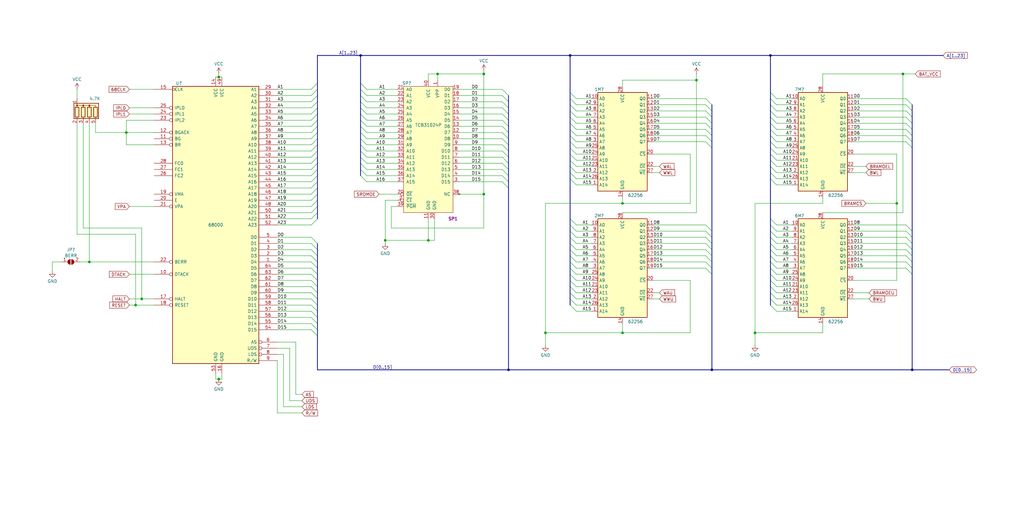
<source format=kicad_sch>
(kicad_sch (version 20230121) (generator eeschema)
  (paper "User" 421.996 209.398)
  (title_block (title "68000 - BIOS ROM - Working & Backup RAM") (date "2023-08-15") (company "SNK") (comment 3 "Converted by Frater ") (comment 4 "NEO-GEO MVS MV1F") (comment 9 "https://github.com/Neo-Geo-Hardwares/Schematics-MV1F"))
  (junction (at 224.79 137.16))
  (junction (at 176.53 99.06))
  (junction (at 287.02 33.02))
  (junction (at 158.75 99.06))
  (junction (at 36.83 107.95))
  (junction (at 148.59 22.86))
  (junction (at 52.07 54.61))
  (junction (at 256.54 137.16))
  (junction (at 55.88 125.73))
  (junction (at 209.55 152.4))
  (junction (at 180.34 30.48))
  (junction (at 375.92 152.4))
  (junction (at 317.5 22.86))
  (junction (at 199.39 30.48))
  (junction (at 234.95 22.86))
  (junction (at 90.17 156.21))
  (junction (at 58.42 123.19))
  (junction (at 293.37 152.4))
  (junction (at 369.57 83.82))
  (junction (at 90.17 31.75))
  (junction (at 256.54 83.82))
  (junction (at 199.39 80.01))
  (junction (at 372.11 30.48))
  (junction (at 311.15 137.16))
  (bus_entry (at 209.55 62.23) (size -2.54 -2.54))
  (bus_entry (at 375.92 95.25) (size -2.54 -2.54))
  (bus_entry (at 375.92 53.34) (size -2.54 -2.54))
  (bus_entry (at 130.81 105.41) (size -2.54 -2.54))
  (bus_entry (at 130.81 118.11) (size -2.54 -2.54))
  (bus_entry (at 130.81 125.73) (size -2.54 -2.54))
  (bus_entry (at 130.81 77.47) (size -2.54 2.54))
  (bus_entry (at 209.55 41.91) (size -2.54 -2.54))
  (bus_entry (at 130.81 52.07) (size -2.54 2.54))
  (bus_entry (at 130.81 49.53) (size -2.54 2.54))
  (bus_entry (at 375.92 97.79) (size -2.54 -2.54))
  (bus_entry (at 293.37 60.96) (size -2.54 -2.54))
  (bus_entry (at 317.5 58.42) (size 2.54 2.54))
  (bus_entry (at 148.59 54.61) (size 2.54 2.54))
  (bus_entry (at 375.92 105.41) (size -2.54 -2.54))
  (bus_entry (at 130.81 44.45) (size -2.54 2.54))
  (bus_entry (at 317.5 95.25) (size 2.54 2.54))
  (bus_entry (at 130.81 120.65) (size -2.54 -2.54))
  (bus_entry (at 234.95 58.42) (size 2.54 2.54))
  (bus_entry (at 130.81 54.61) (size -2.54 2.54))
  (bus_entry (at 209.55 44.45) (size -2.54 -2.54))
  (bus_entry (at 234.95 118.11) (size 2.54 2.54))
  (bus_entry (at 209.55 72.39) (size -2.54 -2.54))
  (bus_entry (at 375.92 102.87) (size -2.54 -2.54))
  (bus_entry (at 234.95 53.34) (size 2.54 2.54))
  (bus_entry (at 293.37 95.25) (size -2.54 -2.54))
  (bus_entry (at 209.55 46.99) (size -2.54 -2.54))
  (bus_entry (at 234.95 71.12) (size 2.54 2.54))
  (bus_entry (at 148.59 62.23) (size 2.54 2.54))
  (bus_entry (at 375.92 110.49) (size -2.54 -2.54))
  (bus_entry (at 317.5 68.58) (size 2.54 2.54))
  (bus_entry (at 130.81 39.37) (size -2.54 2.54))
  (bus_entry (at 317.5 66.04) (size 2.54 2.54))
  (bus_entry (at 375.92 100.33) (size -2.54 -2.54))
  (bus_entry (at 209.55 52.07) (size -2.54 -2.54))
  (bus_entry (at 293.37 50.8) (size -2.54 -2.54))
  (bus_entry (at 317.5 45.72) (size 2.54 2.54))
  (bus_entry (at 234.95 105.41) (size 2.54 2.54))
  (bus_entry (at 234.95 100.33) (size 2.54 2.54))
  (bus_entry (at 317.5 53.34) (size 2.54 2.54))
  (bus_entry (at 209.55 77.47) (size -2.54 -2.54))
  (bus_entry (at 293.37 102.87) (size -2.54 -2.54))
  (bus_entry (at 130.81 80.01) (size -2.54 2.54))
  (bus_entry (at 130.81 34.29) (size -2.54 2.54))
  (bus_entry (at 234.95 38.1) (size 2.54 2.54))
  (bus_entry (at 130.81 128.27) (size -2.54 -2.54))
  (bus_entry (at 130.81 36.83) (size -2.54 2.54))
  (bus_entry (at 130.81 113.03) (size -2.54 -2.54))
  (bus_entry (at 148.59 34.29) (size 2.54 2.54))
  (bus_entry (at 234.95 113.03) (size 2.54 2.54))
  (bus_entry (at 234.95 50.8) (size 2.54 2.54))
  (bus_entry (at 317.5 43.18) (size 2.54 2.54))
  (bus_entry (at 317.5 123.19) (size 2.54 2.54))
  (bus_entry (at 209.55 69.85) (size -2.54 -2.54))
  (bus_entry (at 130.81 100.33) (size -2.54 -2.54))
  (bus_entry (at 375.92 48.26) (size -2.54 -2.54))
  (bus_entry (at 234.95 102.87) (size 2.54 2.54))
  (bus_entry (at 148.59 67.31) (size 2.54 2.54))
  (bus_entry (at 130.81 102.87) (size -2.54 -2.54))
  (bus_entry (at 130.81 130.81) (size -2.54 -2.54))
  (bus_entry (at 148.59 49.53) (size 2.54 2.54))
  (bus_entry (at 130.81 72.39) (size -2.54 2.54))
  (bus_entry (at 317.5 97.79) (size 2.54 2.54))
  (bus_entry (at 234.95 120.65) (size 2.54 2.54))
  (bus_entry (at 317.5 50.8) (size 2.54 2.54))
  (bus_entry (at 130.81 67.31) (size -2.54 2.54))
  (bus_entry (at 375.92 45.72) (size -2.54 -2.54))
  (bus_entry (at 293.37 48.26) (size -2.54 -2.54))
  (bus_entry (at 317.5 63.5) (size 2.54 2.54))
  (bus_entry (at 130.81 64.77) (size -2.54 2.54))
  (bus_entry (at 148.59 36.83) (size 2.54 2.54))
  (bus_entry (at 293.37 107.95) (size -2.54 -2.54))
  (bus_entry (at 317.5 113.03) (size 2.54 2.54))
  (bus_entry (at 148.59 44.45) (size 2.54 2.54))
  (bus_entry (at 234.95 55.88) (size 2.54 2.54))
  (bus_entry (at 130.81 59.69) (size -2.54 2.54))
  (bus_entry (at 317.5 107.95) (size 2.54 2.54))
  (bus_entry (at 130.81 46.99) (size -2.54 2.54))
  (bus_entry (at 148.59 52.07) (size 2.54 2.54))
  (bus_entry (at 234.95 125.73) (size 2.54 2.54))
  (bus_entry (at 130.81 138.43) (size -2.54 -2.54))
  (bus_entry (at 148.59 57.15) (size 2.54 2.54))
  (bus_entry (at 293.37 55.88) (size -2.54 -2.54))
  (bus_entry (at 209.55 39.37) (size -2.54 -2.54))
  (bus_entry (at 130.81 133.35) (size -2.54 -2.54))
  (bus_entry (at 234.95 92.71) (size 2.54 2.54))
  (bus_entry (at 130.81 85.09) (size -2.54 2.54))
  (bus_entry (at 317.5 90.17) (size 2.54 2.54))
  (bus_entry (at 234.95 110.49) (size 2.54 2.54))
  (bus_entry (at 234.95 97.79) (size 2.54 2.54))
  (bus_entry (at 234.95 115.57) (size 2.54 2.54))
  (bus_entry (at 148.59 46.99) (size 2.54 2.54))
  (bus_entry (at 317.5 73.66) (size 2.54 2.54))
  (bus_entry (at 375.92 113.03) (size -2.54 -2.54))
  (bus_entry (at 317.5 40.64) (size 2.54 2.54))
  (bus_entry (at 130.81 123.19) (size -2.54 -2.54))
  (bus_entry (at 317.5 100.33) (size 2.54 2.54))
  (bus_entry (at 209.55 59.69) (size -2.54 -2.54))
  (bus_entry (at 148.59 59.69) (size 2.54 2.54))
  (bus_entry (at 293.37 97.79) (size -2.54 -2.54))
  (bus_entry (at 130.81 74.93) (size -2.54 2.54))
  (bus_entry (at 293.37 100.33) (size -2.54 -2.54))
  (bus_entry (at 234.95 73.66) (size 2.54 2.54))
  (bus_entry (at 234.95 68.58) (size 2.54 2.54))
  (bus_entry (at 234.95 123.19) (size 2.54 2.54))
  (bus_entry (at 317.5 105.41) (size 2.54 2.54))
  (bus_entry (at 209.55 54.61) (size -2.54 -2.54))
  (bus_entry (at 375.92 55.88) (size -2.54 -2.54))
  (bus_entry (at 293.37 110.49) (size -2.54 -2.54))
  (bus_entry (at 130.81 69.85) (size -2.54 2.54))
  (bus_entry (at 130.81 115.57) (size -2.54 -2.54))
  (bus_entry (at 130.81 57.15) (size -2.54 2.54))
  (bus_entry (at 375.92 107.95) (size -2.54 -2.54))
  (bus_entry (at 317.5 60.96) (size 2.54 2.54))
  (bus_entry (at 234.95 40.64) (size 2.54 2.54))
  (bus_entry (at 375.92 50.8) (size -2.54 -2.54))
  (bus_entry (at 317.5 125.73) (size 2.54 2.54))
  (bus_entry (at 234.95 95.25) (size 2.54 2.54))
  (bus_entry (at 317.5 115.57) (size 2.54 2.54))
  (bus_entry (at 148.59 69.85) (size 2.54 2.54))
  (bus_entry (at 234.95 90.17) (size 2.54 2.54))
  (bus_entry (at 130.81 62.23) (size -2.54 2.54))
  (bus_entry (at 148.59 41.91) (size 2.54 2.54))
  (bus_entry (at 317.5 118.11) (size 2.54 2.54))
  (bus_entry (at 130.81 87.63) (size -2.54 2.54))
  (bus_entry (at 234.95 45.72) (size 2.54 2.54))
  (bus_entry (at 209.55 74.93) (size -2.54 -2.54))
  (bus_entry (at 130.81 135.89) (size -2.54 -2.54))
  (bus_entry (at 130.81 41.91) (size -2.54 2.54))
  (bus_entry (at 317.5 92.71) (size 2.54 2.54))
  (bus_entry (at 209.55 67.31) (size -2.54 -2.54))
  (bus_entry (at 293.37 58.42) (size -2.54 -2.54))
  (bus_entry (at 234.95 43.18) (size 2.54 2.54))
  (bus_entry (at 375.92 60.96) (size -2.54 -2.54))
  (bus_entry (at 317.5 55.88) (size 2.54 2.54))
  (bus_entry (at 293.37 53.34) (size -2.54 -2.54))
  (bus_entry (at 148.59 72.39) (size 2.54 2.54))
  (bus_entry (at 234.95 63.5) (size 2.54 2.54))
  (bus_entry (at 317.5 120.65) (size 2.54 2.54))
  (bus_entry (at 317.5 48.26) (size 2.54 2.54))
  (bus_entry (at 130.81 110.49) (size -2.54 -2.54))
  (bus_entry (at 317.5 110.49) (size 2.54 2.54))
  (bus_entry (at 293.37 113.03) (size -2.54 -2.54))
  (bus_entry (at 130.81 107.95) (size -2.54 -2.54))
  (bus_entry (at 148.59 64.77) (size 2.54 2.54))
  (bus_entry (at 293.37 43.18) (size -2.54 -2.54))
  (bus_entry (at 317.5 102.87) (size 2.54 2.54))
  (bus_entry (at 375.92 43.18) (size -2.54 -2.54))
  (bus_entry (at 234.95 66.04) (size 2.54 2.54))
  (bus_entry (at 130.81 82.55) (size -2.54 2.54))
  (bus_entry (at 209.55 57.15) (size -2.54 -2.54))
  (bus_entry (at 293.37 45.72) (size -2.54 -2.54))
  (bus_entry (at 130.81 90.17) (size -2.54 2.54))
  (bus_entry (at 234.95 60.96) (size 2.54 2.54))
  (bus_entry (at 375.92 58.42) (size -2.54 -2.54))
  (bus_entry (at 234.95 107.95) (size 2.54 2.54))
  (bus_entry (at 234.95 48.26) (size 2.54 2.54))
  (bus_entry (at 209.55 49.53) (size -2.54 -2.54))
  (bus_entry (at 317.5 71.12) (size 2.54 2.54))
  (bus_entry (at 148.59 39.37) (size 2.54 2.54))
  (bus_entry (at 317.5 38.1) (size 2.54 2.54))
  (bus_entry (at 209.55 64.77) (size -2.54 -2.54))
  (bus_entry (at 293.37 105.41) (size -2.54 -2.54))
  (bus (pts (xy 209.55 44.45) (xy 209.55 46.99)))
  (wire (pts (xy 158.75 99.06) (xy 158.75 100.33)))
  (bus (pts (xy 234.95 50.8) (xy 234.95 53.34)))
  (wire (pts (xy 351.79 50.8) (xy 373.38 50.8)))
  (wire (pts (xy 21.59 107.95) (xy 25.4 107.95)))
  (wire (pts (xy 320.04 128.27) (xy 326.39 128.27)))
  (bus (pts (xy 375.92 58.42) (xy 375.92 60.96)))
  (wire (pts (xy 21.59 111.76) (xy 21.59 107.95)))
  (wire (pts (xy 39.37 54.61) (xy 52.07 54.61)))
  (wire (pts (xy 114.3 128.27) (xy 128.27 128.27)))
  (wire (pts (xy 91.44 153.67) (xy 91.44 156.21)))
  (wire (pts (xy 269.24 50.8) (xy 290.83 50.8)))
  (wire (pts (xy 320.04 76.2) (xy 326.39 76.2)))
  (wire (pts (xy 189.23 39.37) (xy 207.01 39.37)))
  (wire (pts (xy 237.49 71.12) (xy 243.84 71.12)))
  (bus (pts (xy 317.5 71.12) (xy 317.5 73.66)))
  (wire (pts (xy 179.07 90.17) (xy 179.07 99.06)))
  (wire (pts (xy 237.49 128.27) (xy 243.84 128.27)))
  (wire (pts (xy 31.75 50.8) (xy 31.75 96.52)))
  (wire (pts (xy 114.3 59.69) (xy 128.27 59.69)))
  (bus (pts (xy 234.95 40.64) (xy 234.95 43.18)))
  (wire (pts (xy 369.57 115.57) (xy 351.79 115.57)))
  (wire (pts (xy 320.04 58.42) (xy 326.39 58.42)))
  (wire (pts (xy 114.3 41.91) (xy 128.27 41.91)))
  (wire (pts (xy 36.83 107.95) (xy 63.5 107.95)))
  (wire (pts (xy 151.13 74.93) (xy 163.83 74.93)))
  (bus (pts (xy 375.92 55.88) (xy 375.92 58.42)))
  (bus (pts (xy 317.5 22.86) (xy 317.5 38.1)))
  (wire (pts (xy 237.49 120.65) (xy 243.84 120.65)))
  (wire (pts (xy 237.49 100.33) (xy 243.84 100.33)))
  (wire (pts (xy 58.42 93.98) (xy 58.42 123.19)))
  (wire (pts (xy 189.23 64.77) (xy 207.01 64.77)))
  (wire (pts (xy 88.9 153.67) (xy 88.9 156.21)))
  (wire (pts (xy 114.3 64.77) (xy 128.27 64.77)))
  (wire (pts (xy 269.24 53.34) (xy 290.83 53.34)))
  (bus (pts (xy 317.5 50.8) (xy 317.5 53.34)))
  (wire (pts (xy 114.3 118.11) (xy 128.27 118.11)))
  (wire (pts (xy 114.3 85.09) (xy 128.27 85.09)))
  (bus (pts (xy 234.95 90.17) (xy 234.95 92.71)))
  (wire (pts (xy 351.79 71.12) (xy 356.87 71.12)))
  (wire (pts (xy 114.3 82.55) (xy 128.27 82.55)))
  (wire (pts (xy 320.04 97.79) (xy 326.39 97.79)))
  (bus (pts (xy 234.95 97.79) (xy 234.95 100.33)))
  (bus (pts (xy 293.37 58.42) (xy 293.37 60.96)))
  (bus (pts (xy 317.5 107.95) (xy 317.5 110.49)))
  (bus (pts (xy 234.95 22.86) (xy 317.5 22.86)))
  (wire (pts (xy 269.24 40.64) (xy 290.83 40.64)))
  (bus (pts (xy 148.59 62.23) (xy 148.59 64.77)))
  (wire (pts (xy 114.3 105.41) (xy 128.27 105.41)))
  (wire (pts (xy 189.23 80.01) (xy 199.39 80.01)))
  (bus (pts (xy 130.81 85.09) (xy 130.81 87.63)))
  (wire (pts (xy 128.27 39.37) (xy 114.3 39.37)))
  (wire (pts (xy 237.49 53.34) (xy 243.84 53.34)))
  (wire (pts (xy 176.53 99.06) (xy 179.07 99.06)))
  (wire (pts (xy 91.44 156.21) (xy 90.17 156.21)))
  (bus (pts (xy 234.95 68.58) (xy 234.95 71.12)))
  (wire (pts (xy 287.02 87.63) (xy 256.54 87.63)))
  (wire (pts (xy 151.13 69.85) (xy 163.83 69.85)))
  (bus (pts (xy 293.37 105.41) (xy 293.37 107.95)))
  (wire (pts (xy 356.87 83.82) (xy 369.57 83.82)))
  (bus (pts (xy 234.95 55.88) (xy 234.95 58.42)))
  (wire (pts (xy 53.34 113.03) (xy 63.5 113.03)))
  (wire (pts (xy 237.49 45.72) (xy 243.84 45.72)))
  (wire (pts (xy 176.53 90.17) (xy 176.53 99.06)))
  (wire (pts (xy 256.54 137.16) (xy 284.48 137.16)))
  (bus (pts (xy 209.55 49.53) (xy 209.55 52.07)))
  (wire (pts (xy 158.75 82.55) (xy 158.75 99.06)))
  (wire (pts (xy 114.3 67.31) (xy 128.27 67.31)))
  (wire (pts (xy 114.3 44.45) (xy 128.27 44.45)))
  (bus (pts (xy 375.92 113.03) (xy 375.92 152.4)))
  (bus (pts (xy 234.95 63.5) (xy 234.95 66.04)))
  (wire (pts (xy 224.79 83.82) (xy 224.79 137.16)))
  (wire (pts (xy 284.48 63.5) (xy 269.24 63.5)))
  (bus (pts (xy 148.59 59.69) (xy 148.59 62.23)))
  (wire (pts (xy 90.17 30.48) (xy 90.17 31.75)))
  (wire (pts (xy 199.39 93.98) (xy 199.39 80.01)))
  (wire (pts (xy 351.79 102.87) (xy 373.38 102.87)))
  (bus (pts (xy 293.37 97.79) (xy 293.37 100.33)))
  (bus (pts (xy 317.5 120.65) (xy 317.5 123.19)))
  (wire (pts (xy 351.79 110.49) (xy 373.38 110.49)))
  (wire (pts (xy 351.79 68.58) (xy 356.87 68.58)))
  (bus (pts (xy 130.81 67.31) (xy 130.81 69.85)))
  (wire (pts (xy 269.24 105.41) (xy 290.83 105.41)))
  (wire (pts (xy 339.09 83.82) (xy 311.15 83.82)))
  (wire (pts (xy 53.34 125.73) (xy 55.88 125.73)))
  (bus (pts (xy 234.95 53.34) (xy 234.95 55.88)))
  (bus (pts (xy 130.81 34.29) (xy 130.81 36.83)))
  (wire (pts (xy 151.13 64.77) (xy 163.83 64.77)))
  (wire (pts (xy 351.79 48.26) (xy 373.38 48.26)))
  (wire (pts (xy 114.3 74.93) (xy 128.27 74.93)))
  (bus (pts (xy 148.59 49.53) (xy 148.59 52.07)))
  (bus (pts (xy 130.81 102.87) (xy 130.81 105.41)))
  (wire (pts (xy 124.46 167.64) (xy 116.84 167.64)))
  (wire (pts (xy 237.49 125.73) (xy 243.84 125.73)))
  (bus (pts (xy 293.37 45.72) (xy 293.37 48.26)))
  (bus (pts (xy 317.5 55.88) (xy 317.5 58.42)))
  (wire (pts (xy 114.3 123.19) (xy 128.27 123.19)))
  (wire (pts (xy 320.04 125.73) (xy 326.39 125.73)))
  (wire (pts (xy 114.3 135.89) (xy 128.27 135.89)))
  (wire (pts (xy 114.3 80.01) (xy 128.27 80.01)))
  (wire (pts (xy 339.09 30.48) (xy 372.11 30.48)))
  (wire (pts (xy 237.49 113.03) (xy 243.84 113.03)))
  (wire (pts (xy 114.3 54.61) (xy 128.27 54.61)))
  (wire (pts (xy 320.04 55.88) (xy 326.39 55.88)))
  (wire (pts (xy 320.04 95.25) (xy 326.39 95.25)))
  (wire (pts (xy 237.49 60.96) (xy 243.84 60.96)))
  (wire (pts (xy 237.49 63.5) (xy 243.84 63.5)))
  (bus (pts (xy 293.37 107.95) (xy 293.37 110.49)))
  (wire (pts (xy 320.04 107.95) (xy 326.39 107.95)))
  (wire (pts (xy 256.54 83.82) (xy 224.79 83.82)))
  (wire (pts (xy 269.24 45.72) (xy 290.83 45.72)))
  (bus (pts (xy 130.81 120.65) (xy 130.81 123.19)))
  (wire (pts (xy 320.04 102.87) (xy 326.39 102.87)))
  (wire (pts (xy 320.04 110.49) (xy 326.39 110.49)))
  (wire (pts (xy 119.38 143.51) (xy 114.3 143.51)))
  (wire (pts (xy 88.9 156.21) (xy 90.17 156.21)))
  (wire (pts (xy 237.49 40.64) (xy 243.84 40.64)))
  (wire (pts (xy 199.39 29.21) (xy 199.39 30.48)))
  (bus (pts (xy 293.37 102.87) (xy 293.37 105.41)))
  (bus (pts (xy 375.92 152.4) (xy 391.16 152.4)))
  (bus (pts (xy 209.55 54.61) (xy 209.55 57.15)))
  (bus (pts (xy 234.95 71.12) (xy 234.95 73.66)))
  (wire (pts (xy 52.07 59.69) (xy 52.07 54.61)))
  (wire (pts (xy 351.79 53.34) (xy 373.38 53.34)))
  (bus (pts (xy 317.5 113.03) (xy 317.5 115.57)))
  (bus (pts (xy 375.92 105.41) (xy 375.92 107.95)))
  (wire (pts (xy 269.24 120.65) (xy 271.78 120.65)))
  (bus (pts (xy 375.92 50.8) (xy 375.92 53.34)))
  (wire (pts (xy 269.24 68.58) (xy 271.78 68.58)))
  (bus (pts (xy 234.95 38.1) (xy 234.95 40.64)))
  (wire (pts (xy 189.23 57.15) (xy 207.01 57.15)))
  (wire (pts (xy 58.42 123.19) (xy 63.5 123.19)))
  (wire (pts (xy 31.75 36.83) (xy 31.75 40.64)))
  (wire (pts (xy 124.46 162.56) (xy 121.92 162.56)))
  (wire (pts (xy 151.13 59.69) (xy 163.83 59.69)))
  (bus (pts (xy 375.92 95.25) (xy 375.92 97.79)))
  (wire (pts (xy 237.49 55.88) (xy 243.84 55.88)))
  (bus (pts (xy 130.81 113.03) (xy 130.81 115.57)))
  (wire (pts (xy 151.13 41.91) (xy 163.83 41.91)))
  (wire (pts (xy 351.79 105.41) (xy 373.38 105.41)))
  (wire (pts (xy 199.39 80.01) (xy 199.39 30.48)))
  (wire (pts (xy 339.09 81.28) (xy 339.09 83.82)))
  (wire (pts (xy 151.13 67.31) (xy 163.83 67.31)))
  (bus (pts (xy 130.81 107.95) (xy 130.81 110.49)))
  (wire (pts (xy 351.79 58.42) (xy 373.38 58.42)))
  (wire (pts (xy 351.79 45.72) (xy 373.38 45.72)))
  (wire (pts (xy 176.53 30.48) (xy 180.34 30.48)))
  (wire (pts (xy 237.49 68.58) (xy 243.84 68.58)))
  (bus (pts (xy 130.81 138.43) (xy 130.81 152.4)))
  (wire (pts (xy 320.04 73.66) (xy 326.39 73.66)))
  (wire (pts (xy 189.23 54.61) (xy 207.01 54.61)))
  (bus (pts (xy 130.81 110.49) (xy 130.81 113.03)))
  (bus (pts (xy 317.5 40.64) (xy 317.5 43.18)))
  (bus (pts (xy 209.55 46.99) (xy 209.55 49.53)))
  (wire (pts (xy 339.09 35.56) (xy 339.09 30.48)))
  (wire (pts (xy 114.3 57.15) (xy 128.27 57.15)))
  (bus (pts (xy 317.5 48.26) (xy 317.5 50.8)))
  (wire (pts (xy 320.04 45.72) (xy 326.39 45.72)))
  (bus (pts (xy 317.5 60.96) (xy 317.5 63.5)))
  (wire (pts (xy 114.3 110.49) (xy 128.27 110.49)))
  (bus (pts (xy 148.59 39.37) (xy 148.59 36.83)))
  (wire (pts (xy 119.38 143.51) (xy 119.38 165.1)))
  (wire (pts (xy 284.48 83.82) (xy 284.48 63.5)))
  (bus (pts (xy 130.81 135.89) (xy 130.81 138.43)))
  (bus (pts (xy 130.81 52.07) (xy 130.81 54.61)))
  (wire (pts (xy 269.24 48.26) (xy 290.83 48.26)))
  (wire (pts (xy 114.3 97.79) (xy 128.27 97.79)))
  (wire (pts (xy 151.13 36.83) (xy 163.83 36.83)))
  (bus (pts (xy 234.95 107.95) (xy 234.95 110.49)))
  (wire (pts (xy 320.04 60.96) (xy 326.39 60.96)))
  (bus (pts (xy 234.95 92.71) (xy 234.95 95.25)))
  (wire (pts (xy 351.79 120.65) (xy 358.14 120.65)))
  (bus (pts (xy 130.81 64.77) (xy 130.81 67.31)))
  (bus (pts (xy 209.55 39.37) (xy 209.55 41.91)))
  (wire (pts (xy 320.04 53.34) (xy 326.39 53.34)))
  (bus (pts (xy 234.95 66.04) (xy 234.95 68.58)))
  (bus (pts (xy 209.55 152.4) (xy 293.37 152.4)))
  (wire (pts (xy 269.24 58.42) (xy 290.83 58.42)))
  (bus (pts (xy 293.37 152.4) (xy 375.92 152.4)))
  (wire (pts (xy 351.79 95.25) (xy 373.38 95.25)))
  (bus (pts (xy 130.81 152.4) (xy 209.55 152.4)))
  (bus (pts (xy 130.81 72.39) (xy 130.81 74.93)))
  (wire (pts (xy 189.23 36.83) (xy 207.01 36.83)))
  (wire (pts (xy 33.02 107.95) (xy 36.83 107.95)))
  (wire (pts (xy 269.24 100.33) (xy 290.83 100.33)))
  (wire (pts (xy 311.15 83.82) (xy 311.15 137.16)))
  (wire (pts (xy 269.24 43.18) (xy 290.83 43.18)))
  (bus (pts (xy 293.37 43.18) (xy 293.37 45.72)))
  (bus (pts (xy 375.92 60.96) (xy 375.92 95.25)))
  (bus (pts (xy 293.37 110.49) (xy 293.37 113.03)))
  (bus (pts (xy 234.95 105.41) (xy 234.95 107.95)))
  (bus (pts (xy 130.81 125.73) (xy 130.81 128.27)))
  (bus (pts (xy 130.81 77.47) (xy 130.81 80.01)))
  (bus (pts (xy 234.95 118.11) (xy 234.95 120.65)))
  (bus (pts (xy 293.37 53.34) (xy 293.37 55.88)))
  (bus (pts (xy 317.5 53.34) (xy 317.5 55.88)))
  (wire (pts (xy 320.04 92.71) (xy 326.39 92.71)))
  (bus (pts (xy 148.59 22.86) (xy 148.59 34.29)))
  (wire (pts (xy 39.37 50.8) (xy 39.37 54.61)))
  (wire (pts (xy 151.13 44.45) (xy 163.83 44.45)))
  (wire (pts (xy 114.3 120.65) (xy 128.27 120.65)))
  (bus (pts (xy 130.81 36.83) (xy 130.81 39.37)))
  (wire (pts (xy 88.9 31.75) (xy 90.17 31.75)))
  (wire (pts (xy 287.02 30.48) (xy 287.02 33.02)))
  (bus (pts (xy 375.92 110.49) (xy 375.92 113.03)))
  (bus (pts (xy 293.37 55.88) (xy 293.37 58.42)))
  (bus (pts (xy 130.81 41.91) (xy 130.81 44.45)))
  (wire (pts (xy 114.3 46.99) (xy 128.27 46.99)))
  (wire (pts (xy 114.3 49.53) (xy 128.27 49.53)))
  (wire (pts (xy 34.29 93.98) (xy 58.42 93.98)))
  (wire (pts (xy 90.17 31.75) (xy 91.44 31.75)))
  (wire (pts (xy 237.49 102.87) (xy 243.84 102.87)))
  (wire (pts (xy 351.79 97.79) (xy 373.38 97.79)))
  (bus (pts (xy 375.92 97.79) (xy 375.92 100.33)))
  (wire (pts (xy 377.19 30.48) (xy 372.11 30.48)))
  (bus (pts (xy 317.5 102.87) (xy 317.5 105.41)))
  (bus (pts (xy 234.95 120.65) (xy 234.95 123.19)))
  (bus (pts (xy 375.92 107.95) (xy 375.92 110.49)))
  (wire (pts (xy 284.48 137.16) (xy 284.48 115.57)))
  (bus (pts (xy 130.81 128.27) (xy 130.81 130.81)))
  (wire (pts (xy 269.24 97.79) (xy 290.83 97.79)))
  (wire (pts (xy 320.04 120.65) (xy 326.39 120.65)))
  (wire (pts (xy 237.49 105.41) (xy 243.84 105.41)))
  (wire (pts (xy 116.84 146.05) (xy 114.3 146.05)))
  (bus (pts (xy 234.95 123.19) (xy 234.95 125.73)))
  (wire (pts (xy 114.3 102.87) (xy 128.27 102.87)))
  (bus (pts (xy 317.5 43.18) (xy 317.5 45.72)))
  (wire (pts (xy 114.3 113.03) (xy 128.27 113.03)))
  (bus (pts (xy 130.81 118.11) (xy 130.81 120.65)))
  (bus (pts (xy 234.95 43.18) (xy 234.95 45.72)))
  (bus (pts (xy 317.5 38.1) (xy 317.5 40.64)))
  (wire (pts (xy 156.21 80.01) (xy 163.83 80.01)))
  (wire (pts (xy 237.49 92.71) (xy 243.84 92.71)))
  (wire (pts (xy 114.3 133.35) (xy 128.27 133.35)))
  (wire (pts (xy 369.57 83.82) (xy 369.57 115.57)))
  (bus (pts (xy 209.55 59.69) (xy 209.55 62.23)))
  (wire (pts (xy 351.79 63.5) (xy 369.57 63.5)))
  (wire (pts (xy 237.49 66.04) (xy 243.84 66.04)))
  (wire (pts (xy 53.34 123.19) (xy 58.42 123.19)))
  (wire (pts (xy 224.79 137.16) (xy 224.79 142.24)))
  (wire (pts (xy 116.84 167.64) (xy 116.84 146.05)))
  (bus (pts (xy 130.81 39.37) (xy 130.81 41.91)))
  (wire (pts (xy 189.23 44.45) (xy 207.01 44.45)))
  (wire (pts (xy 189.23 72.39) (xy 207.01 72.39)))
  (bus (pts (xy 148.59 22.86) (xy 234.95 22.86)))
  (bus (pts (xy 234.95 95.25) (xy 234.95 97.79)))
  (wire (pts (xy 269.24 55.88) (xy 290.83 55.88)))
  (wire (pts (xy 237.49 95.25) (xy 243.84 95.25)))
  (wire (pts (xy 53.34 44.45) (xy 63.5 44.45)))
  (wire (pts (xy 311.15 137.16) (xy 311.15 142.24)))
  (bus (pts (xy 130.81 49.53) (xy 130.81 52.07)))
  (bus (pts (xy 293.37 95.25) (xy 293.37 97.79)))
  (wire (pts (xy 176.53 30.48) (xy 176.53 33.02)))
  (wire (pts (xy 189.23 67.31) (xy 207.01 67.31)))
  (wire (pts (xy 55.88 125.73) (xy 63.5 125.73)))
  (wire (pts (xy 163.83 85.09) (xy 161.29 85.09)))
  (bus (pts (xy 148.59 64.77) (xy 148.59 67.31)))
  (wire (pts (xy 114.3 130.81) (xy 128.27 130.81)))
  (wire (pts (xy 114.3 36.83) (xy 128.27 36.83)))
  (wire (pts (xy 114.3 100.33) (xy 128.27 100.33)))
  (wire (pts (xy 320.04 68.58) (xy 326.39 68.58)))
  (wire (pts (xy 287.02 33.02) (xy 287.02 87.63)))
  (wire (pts (xy 114.3 125.73) (xy 128.27 125.73)))
  (wire (pts (xy 320.04 100.33) (xy 326.39 100.33)))
  (wire (pts (xy 52.07 49.53) (xy 63.5 49.53)))
  (bus (pts (xy 209.55 64.77) (xy 209.55 67.31)))
  (bus (pts (xy 234.95 115.57) (xy 234.95 118.11)))
  (bus (pts (xy 234.95 60.96) (xy 234.95 63.5)))
  (wire (pts (xy 237.49 58.42) (xy 243.84 58.42)))
  (bus (pts (xy 209.55 41.91) (xy 209.55 44.45)))
  (wire (pts (xy 320.04 113.03) (xy 326.39 113.03)))
  (bus (pts (xy 317.5 58.42) (xy 317.5 60.96)))
  (bus (pts (xy 148.59 41.91) (xy 148.59 39.37)))
  (wire (pts (xy 351.79 123.19) (xy 358.14 123.19)))
  (bus (pts (xy 130.81 46.99) (xy 130.81 49.53)))
  (wire (pts (xy 31.75 96.52) (xy 55.88 96.52)))
  (wire (pts (xy 52.07 54.61) (xy 63.5 54.61)))
  (wire (pts (xy 237.49 48.26) (xy 243.84 48.26)))
  (bus (pts (xy 148.59 36.83) (xy 148.59 34.29)))
  (bus (pts (xy 148.59 44.45) (xy 148.59 41.91)))
  (wire (pts (xy 237.49 43.18) (xy 243.84 43.18)))
  (wire (pts (xy 320.04 115.57) (xy 326.39 115.57)))
  (wire (pts (xy 158.75 99.06) (xy 176.53 99.06)))
  (wire (pts (xy 151.13 39.37) (xy 163.83 39.37)))
  (bus (pts (xy 209.55 74.93) (xy 209.55 77.47)))
  (bus (pts (xy 234.95 100.33) (xy 234.95 102.87)))
  (wire (pts (xy 189.23 41.91) (xy 207.01 41.91)))
  (wire (pts (xy 36.83 50.8) (xy 36.83 107.95)))
  (wire (pts (xy 269.24 110.49) (xy 290.83 110.49)))
  (wire (pts (xy 269.24 123.19) (xy 271.78 123.19)))
  (wire (pts (xy 237.49 97.79) (xy 243.84 97.79)))
  (wire (pts (xy 114.3 69.85) (xy 128.27 69.85)))
  (wire (pts (xy 124.46 170.18) (xy 114.3 170.18)))
  (bus (pts (xy 148.59 54.61) (xy 148.59 57.15)))
  (bus (pts (xy 317.5 92.71) (xy 317.5 95.25)))
  (wire (pts (xy 151.13 72.39) (xy 163.83 72.39)))
  (bus (pts (xy 317.5 66.04) (xy 317.5 68.58)))
  (bus (pts (xy 375.92 53.34) (xy 375.92 55.88)))
  (wire (pts (xy 320.04 105.41) (xy 326.39 105.41)))
  (wire (pts (xy 269.24 102.87) (xy 290.83 102.87)))
  (bus (pts (xy 130.81 87.63) (xy 130.81 90.17)))
  (bus (pts (xy 209.55 62.23) (xy 209.55 64.77)))
  (bus (pts (xy 148.59 67.31) (xy 148.59 69.85)))
  (bus (pts (xy 317.5 22.86) (xy 388.62 22.86)))
  (bus (pts (xy 317.5 45.72) (xy 317.5 48.26)))
  (bus (pts (xy 234.95 113.03) (xy 234.95 115.57)))
  (wire (pts (xy 237.49 118.11) (xy 243.84 118.11)))
  (wire (pts (xy 161.29 93.98) (xy 199.39 93.98)))
  (bus (pts (xy 317.5 95.25) (xy 317.5 97.79)))
  (wire (pts (xy 269.24 107.95) (xy 290.83 107.95)))
  (wire (pts (xy 320.04 123.19) (xy 326.39 123.19)))
  (wire (pts (xy 161.29 85.09) (xy 161.29 93.98)))
  (bus (pts (xy 317.5 115.57) (xy 317.5 118.11)))
  (bus (pts (xy 234.95 102.87) (xy 234.95 105.41)))
  (bus (pts (xy 234.95 45.72) (xy 234.95 48.26)))
  (bus (pts (xy 293.37 113.03) (xy 293.37 152.4)))
  (bus (pts (xy 375.92 43.18) (xy 375.92 45.72)))
  (wire (pts (xy 320.04 71.12) (xy 326.39 71.12)))
  (wire (pts (xy 256.54 137.16) (xy 224.79 137.16)))
  (wire (pts (xy 180.34 30.48) (xy 199.39 30.48)))
  (wire (pts (xy 189.23 49.53) (xy 207.01 49.53)))
  (bus (pts (xy 209.55 57.15) (xy 209.55 59.69)))
  (wire (pts (xy 114.3 77.47) (xy 128.27 77.47)))
  (wire (pts (xy 158.75 82.55) (xy 163.83 82.55)))
  (bus (pts (xy 317.5 110.49) (xy 317.5 113.03)))
  (wire (pts (xy 237.49 107.95) (xy 243.84 107.95)))
  (bus (pts (xy 130.81 130.81) (xy 130.81 133.35)))
  (wire (pts (xy 256.54 33.02) (xy 256.54 35.56)))
  (bus (pts (xy 130.81 59.69) (xy 130.81 62.23)))
  (wire (pts (xy 121.92 140.97) (xy 114.3 140.97)))
  (bus (pts (xy 148.59 44.45) (xy 148.59 46.99)))
  (wire (pts (xy 237.49 73.66) (xy 243.84 73.66)))
  (bus (pts (xy 317.5 100.33) (xy 317.5 102.87)))
  (wire (pts (xy 269.24 92.71) (xy 290.83 92.71)))
  (bus (pts (xy 130.81 22.86) (xy 130.81 34.29)))
  (wire (pts (xy 237.49 50.8) (xy 243.84 50.8)))
  (wire (pts (xy 114.3 87.63) (xy 128.27 87.63)))
  (bus (pts (xy 130.81 69.85) (xy 130.81 72.39)))
  (wire (pts (xy 55.88 96.52) (xy 55.88 125.73)))
  (bus (pts (xy 317.5 63.5) (xy 317.5 66.04)))
  (bus (pts (xy 130.81 57.15) (xy 130.81 59.69)))
  (wire (pts (xy 237.49 110.49) (xy 243.84 110.49)))
  (wire (pts (xy 114.3 107.95) (xy 128.27 107.95)))
  (wire (pts (xy 114.3 72.39) (xy 128.27 72.39)))
  (bus (pts (xy 130.81 80.01) (xy 130.81 82.55)))
  (wire (pts (xy 53.34 46.99) (xy 63.5 46.99)))
  (wire (pts (xy 320.04 118.11) (xy 326.39 118.11)))
  (wire (pts (xy 63.5 59.69) (xy 52.07 59.69)))
  (bus (pts (xy 293.37 100.33) (xy 293.37 102.87)))
  (wire (pts (xy 269.24 115.57) (xy 284.48 115.57)))
  (bus (pts (xy 317.5 105.41) (xy 317.5 107.95)))
  (wire (pts (xy 121.92 162.56) (xy 121.92 140.97)))
  (wire (pts (xy 320.04 48.26) (xy 326.39 48.26)))
  (bus (pts (xy 130.81 115.57) (xy 130.81 118.11)))
  (bus (pts (xy 130.81 133.35) (xy 130.81 135.89)))
  (wire (pts (xy 320.04 50.8) (xy 326.39 50.8)))
  (bus (pts (xy 148.59 57.15) (xy 148.59 59.69)))
  (wire (pts (xy 237.49 115.57) (xy 243.84 115.57)))
  (wire (pts (xy 189.23 69.85) (xy 207.01 69.85)))
  (wire (pts (xy 351.79 43.18) (xy 373.38 43.18)))
  (bus (pts (xy 148.59 52.07) (xy 148.59 54.61)))
  (wire (pts (xy 237.49 123.19) (xy 243.84 123.19)))
  (wire (pts (xy 151.13 57.15) (xy 163.83 57.15)))
  (bus (pts (xy 293.37 48.26) (xy 293.37 50.8)))
  (wire (pts (xy 351.79 107.95) (xy 373.38 107.95)))
  (bus (pts (xy 234.95 48.26) (xy 234.95 50.8)))
  (bus (pts (xy 209.55 67.31) (xy 209.55 69.85)))
  (bus (pts (xy 234.95 22.86) (xy 234.95 38.1)))
  (wire (pts (xy 256.54 133.35) (xy 256.54 137.16)))
  (bus (pts (xy 375.92 100.33) (xy 375.92 102.87)))
  (bus (pts (xy 375.92 48.26) (xy 375.92 50.8)))
  (bus (pts (xy 234.95 110.49) (xy 234.95 113.03)))
  (wire (pts (xy 114.3 170.18) (xy 114.3 148.59)))
  (wire (pts (xy 124.46 165.1) (xy 119.38 165.1)))
  (bus (pts (xy 130.81 22.86) (xy 148.59 22.86)))
  (wire (pts (xy 114.3 90.17) (xy 128.27 90.17)))
  (bus (pts (xy 317.5 118.11) (xy 317.5 120.65)))
  (bus (pts (xy 317.5 90.17) (xy 317.5 92.71)))
  (bus (pts (xy 209.55 77.47) (xy 209.55 152.4)))
  (wire (pts (xy 189.23 46.99) (xy 207.01 46.99)))
  (wire (pts (xy 269.24 95.25) (xy 290.83 95.25)))
  (bus (pts (xy 317.5 123.19) (xy 317.5 125.73)))
  (wire (pts (xy 320.04 40.64) (xy 326.39 40.64)))
  (bus (pts (xy 148.59 46.99) (xy 148.59 49.53)))
  (bus (pts (xy 317.5 73.66) (xy 317.5 90.17)))
  (wire (pts (xy 351.79 55.88) (xy 373.38 55.88)))
  (wire (pts (xy 114.3 92.71) (xy 128.27 92.71)))
  (bus (pts (xy 148.59 69.85) (xy 148.59 72.39)))
  (wire (pts (xy 372.11 30.48) (xy 372.11 87.63)))
  (wire (pts (xy 151.13 52.07) (xy 163.83 52.07)))
  (bus (pts (xy 234.95 73.66) (xy 234.95 90.17)))
  (wire (pts (xy 189.23 62.23) (xy 207.01 62.23)))
  (wire (pts (xy 151.13 62.23) (xy 163.83 62.23)))
  (wire (pts (xy 180.34 30.48) (xy 180.34 33.02)))
  (wire (pts (xy 151.13 54.61) (xy 163.83 54.61)))
  (wire (pts (xy 351.79 100.33) (xy 373.38 100.33)))
  (bus (pts (xy 209.55 69.85) (xy 209.55 72.39)))
  (bus (pts (xy 209.55 52.07) (xy 209.55 54.61)))
  (bus (pts (xy 375.92 45.72) (xy 375.92 48.26)))
  (wire (pts (xy 339.09 133.35) (xy 339.09 137.16)))
  (bus (pts (xy 234.95 58.42) (xy 234.95 60.96)))
  (wire (pts (xy 34.29 50.8) (xy 34.29 93.98)))
  (bus (pts (xy 130.81 100.33) (xy 130.81 102.87)))
  (bus (pts (xy 317.5 97.79) (xy 317.5 100.33)))
  (wire (pts (xy 351.79 40.64) (xy 373.38 40.64)))
  (wire (pts (xy 189.23 74.93) (xy 207.01 74.93)))
  (wire (pts (xy 320.04 66.04) (xy 326.39 66.04)))
  (bus (pts (xy 375.92 102.87) (xy 375.92 105.41)))
  (wire (pts (xy 151.13 49.53) (xy 163.83 49.53)))
  (wire (pts (xy 114.3 62.23) (xy 128.27 62.23)))
  (wire (pts (xy 114.3 115.57) (xy 128.27 115.57)))
  (wire (pts (xy 372.11 87.63) (xy 339.09 87.63)))
  (wire (pts (xy 256.54 33.02) (xy 287.02 33.02)))
  (bus (pts (xy 209.55 72.39) (xy 209.55 74.93)))
  (wire (pts (xy 256.54 81.28) (xy 256.54 83.82)))
  (wire (pts (xy 189.23 52.07) (xy 207.01 52.07)))
  (bus (pts (xy 293.37 50.8) (xy 293.37 53.34)))
  (wire (pts (xy 52.07 49.53) (xy 52.07 54.61)))
  (wire (pts (xy 320.04 43.18) (xy 326.39 43.18)))
  (wire (pts (xy 53.34 85.09) (xy 63.5 85.09)))
  (bus (pts (xy 130.81 44.45) (xy 130.81 46.99)))
  (wire (pts (xy 114.3 52.07) (xy 128.27 52.07)))
  (wire (pts (xy 189.23 59.69) (xy 207.01 59.69)))
  (wire (pts (xy 339.09 137.16) (xy 311.15 137.16)))
  (bus (pts (xy 130.81 105.41) (xy 130.81 107.95)))
  (bus (pts (xy 130.81 82.55) (xy 130.81 85.09)))
  (bus (pts (xy 293.37 60.96) (xy 293.37 95.25)))
  (bus (pts (xy 130.81 74.93) (xy 130.81 77.47)))
  (wire (pts (xy 256.54 83.82) (xy 284.48 83.82)))
  (wire (pts (xy 151.13 46.99) (xy 163.83 46.99)))
  (bus (pts (xy 130.81 62.23) (xy 130.81 64.77)))
  (wire (pts (xy 320.04 63.5) (xy 326.39 63.5)))
  (wire (pts (xy 237.49 76.2) (xy 243.84 76.2)))
  (wire (pts (xy 53.34 36.83) (xy 63.5 36.83)))
  (bus (pts (xy 130.81 54.61) (xy 130.81 57.15)))
  (wire (pts (xy 351.79 92.71) (xy 373.38 92.71)))
  (wire (pts (xy 369.57 63.5) (xy 369.57 83.82)))
  (bus (pts (xy 317.5 68.58) (xy 317.5 71.12)))
  (wire (pts (xy 269.24 71.12) (xy 271.78 71.12)))
  (bus (pts (xy 130.81 123.19) (xy 130.81 125.73)))
  (label "D11" (at 114.3 125.73 0))
  (label "A4" (at 240.03 100.33 0))
  (label "D0" (at 269.24 40.64 0))
  (label "D9" (at 351.79 95.25 0))
  (label "D14" (at 114.3 133.35 0))
  (label "A7" (at 326.39 55.88 180))
  (label "A6" (at 243.84 53.34 180))
  (label "A12" (at 322.58 120.65 0))
  (label "A5" (at 322.58 102.87 0))
  (label "A3" (at 240.03 97.79 0))
  (label "D13" (at 351.79 105.41 0))
  (label "A3" (at 243.84 45.72 180))
  (label "D1" (at 351.79 43.18 0))
  (label "A5" (at 243.84 50.8 180))
  (label "D14" (at 194.31 72.39 0))
  (label "D5" (at 194.31 49.53 0))
  (label "A2" (at 158.75 39.37 180))
  (label "D2" (at 351.79 45.72 0))
  (label "D15" (at 269.24 110.49 0))
  (label "A10" (at 322.58 115.57 0))
  (label "A5" (at 158.75 46.99 180))
  (label "D5" (at 269.24 53.34 0))
  (label "A4" (at 326.39 48.26 180))
  (label "A16" (at 158.75 74.93 180))
  (label "A8" (at 114.3 54.61 0))
  (label "D6" (at 114.3 113.03 0))
  (label "A11" (at 240.03 118.11 0))
  (label "A4" (at 243.84 48.26 180))
  (label "D9" (at 114.3 120.65 0))
  (label "A2" (at 114.3 39.37 0))
  (label "A12" (at 114.3 64.77 0))
  (label "D13" (at 269.24 105.41 0))
  (label "D0" (at 114.3 97.79 0))
  (label "A13" (at 326.39 71.12 180))
  (label "A2" (at 322.58 95.25 0))
  (label "A15" (at 114.3 72.39 0))
  (label "A15" (at 240.03 128.27 0))
  (label "A8" (at 158.75 54.61 180))
  (label "A1" (at 326.39 40.64 180))
  (label "A14" (at 243.84 73.66 180))
  (label "D12" (at 351.79 102.87 0))
  (label "D15" (at 194.31 74.93 0))
  (label "A7" (at 322.58 107.95 0))
  (label "D11" (at 194.31 64.77 0))
  (label "A7" (at 158.75 52.07 180))
  (label "A8" (at 243.84 58.42 180))
  (label "A9" (at 322.58 113.03 0))
  (label "D12" (at 114.3 128.27 0))
  (label "A6" (at 326.39 53.34 180))
  (label "A10" (at 243.84 63.5 180))
  (label "A7" (at 240.03 107.95 0))
  (label "A14" (at 322.58 125.73 0))
  (label "D7" (at 194.31 54.61 0))
  (label "A21" (at 114.3 87.63 0))
  (label "A12" (at 240.03 120.65 0))
  (label "A13" (at 322.58 123.19 0))
  (label "D10" (at 114.3 123.19 0))
  (label "A10" (at 114.3 59.69 0))
  (label "A8" (at 326.39 58.42 180))
  (label "D0" (at 351.79 40.64 0))
  (label "A4" (at 114.3 44.45 0))
  (label "A1" (at 243.84 40.64 180))
  (label "A9" (at 243.84 60.96 180))
  (label "D6" (at 351.79 55.88 0))
  (label "A6" (at 114.3 49.53 0))
  (label "A4" (at 158.75 44.45 180))
  (label "D15" (at 114.3 135.89 0))
  (label "D3" (at 351.79 48.26 0))
  (label "A3" (at 158.75 41.91 180))
  (label "D3" (at 194.31 44.45 0))
  (label "D9" (at 269.24 95.25 0))
  (label "A14" (at 158.75 69.85 180))
  (label "A12" (at 243.84 68.58 180))
  (label "A11" (at 322.58 118.11 0))
  (label "A5" (at 326.39 50.8 180))
  (label "D12" (at 194.31 67.31 0))
  (label "A3" (at 114.3 41.91 0))
  (label "D11" (at 351.79 100.33 0))
  (label "A1" (at 322.58 92.71 0))
  (label "A5" (at 114.3 46.99 0))
  (label "D7" (at 269.24 58.42 0))
  (label "D3" (at 114.3 105.41 0))
  (label "A11" (at 158.75 62.23 180))
  (label "A13" (at 114.3 67.31 0))
  (label "A10" (at 158.75 59.69 180))
  (label "D12" (at 269.24 102.87 0))
  (label "D10" (at 351.79 97.79 0))
  (label "A13" (at 158.75 67.31 180))
  (label "D4" (at 194.31 46.99 0))
  (label "A8" (at 322.58 110.49 0))
  (label "A[1..23]" (at 139.7 22.86 0))
  (label "A11" (at 326.39 66.04 180))
  (label "D10" (at 194.31 62.23 0))
  (label "D14" (at 269.24 107.95 0))
  (label "A9" (at 114.3 57.15 0))
  (label "A22" (at 114.3 90.17 0))
  (label "A14" (at 240.03 125.73 0))
  (label "A7" (at 114.3 52.07 0))
  (label "D15" (at 351.79 110.49 0))
  (label "A1" (at 114.3 36.83 0))
  (label "D14" (at 351.79 107.95 0))
  (label "A2" (at 240.03 95.25 0))
  (label "A5" (at 240.03 102.87 0))
  (label "A6" (at 322.58 105.41 0))
  (label "D7" (at 351.79 58.42 0))
  (label "D3" (at 269.24 48.26 0))
  (label "A14" (at 326.39 73.66 180))
  (label "A12" (at 158.75 64.77 180))
  (label "A12" (at 326.39 68.58 180))
  (label "A2" (at 326.39 43.18 180))
  (label "A13" (at 243.84 71.12 180))
  (label "D13" (at 194.31 69.85 0))
  (label "D2" (at 114.3 102.87 0))
  (label "D1" (at 269.24 43.18 0))
  (label "A3" (at 326.39 45.72 180))
  (label "D7" (at 114.3 115.57 0))
  (label "A1" (at 240.03 92.71 0))
  (label "A16" (at 114.3 74.93 0))
  (label "A1" (at 158.75 36.83 180))
  (label "D8" (at 269.24 92.71 0))
  (label "A10" (at 326.39 63.5 180))
  (label "A20" (at 114.3 85.09 0))
  (label "A4" (at 322.58 100.33 0))
  (label "A19" (at 114.3 82.55 0))
  (label "A18" (at 114.3 80.01 0))
  (label "D6" (at 269.24 55.88 0))
  (label "D4" (at 269.24 50.8 0))
  (label "A7" (at 243.84 55.88 180))
  (label "D1" (at 194.31 39.37 0))
  (label "A14" (at 114.3 69.85 0))
  (label "D2" (at 269.24 45.72 0))
  (label "D8" (at 351.79 92.71 0))
  (label "A3" (at 322.58 97.79 0))
  (label "A6" (at 158.75 49.53 180))
  (label "D5" (at 114.3 110.49 0))
  (label "D[0..15]" (at 153.67 152.4 0))
  (label "A15" (at 326.39 76.2 180))
  (label "A15" (at 322.58 128.27 0))
  (label "A13" (at 240.03 123.19 0))
  (label "D0" (at 194.31 36.83 0))
  (label "D2" (at 194.31 41.91 0))
  (label "A6" (at 240.03 105.41 0))
  (label "D1" (at 114.3 100.33 0))
  (label "A11" (at 114.3 62.23 0))
  (label "D4" (at 351.79 50.8 0))
  (label "A9" (at 158.75 57.15 180))
  (label "D10" (at 269.24 97.79 0))
  (label "D8" (at 194.31 57.15 0))
  (label "A15" (at 243.84 76.2 180))
  (label "A11" (at 243.84 66.04 180))
  (label "D8" (at 114.3 118.11 0))
  (label "A15" (at 158.75 72.39 180))
  (label "A9" (at 326.39 60.96 180))
  (label "D6" (at 194.31 52.07 0))
  (label "D5" (at 351.79 53.34 0))
  (label "D13" (at 114.3 130.81 0))
  (label "A17" (at 114.3 77.47 0))
  (label "D4" (at 114.3 107.95 0))
  (label "A8" (at 240.03 110.49 0))
  (label "A2" (at 243.84 43.18 180))
  (label "A9" (at 240.03 113.03 0))
  (label "D9" (at 194.31 59.69 0))
  (label "A23" (at 114.3 92.71 0))
  (label "D11" (at 269.24 100.33 0))
  (label "A10" (at 240.03 115.57 0))
  (global_label "WAU" (shape input) (at 271.78 120.65 0) (property "Intersheetrefs" "${INTERSHEET_REFS}" (at 278.6357 120.65 0) (effects (justify left))))
  (global_label "IPL1" (shape input) (at 53.34 46.99 180) (property "Intersheetrefs" "${INTERSHEET_REFS}" (at 46.2424 46.99 0) (effects (justify right))))
  (global_label "BRAMCS" (shape input) (at 356.87 83.82 180) (property "Intersheetrefs" "${INTERSHEET_REFS}" (at 346.3253 83.82 0) (effects (justify right))))
  (global_label "BRAMOEL" (shape input) (at 356.87 68.58 0) (property "Intersheetrefs" "${INTERSHEET_REFS}" (at 368.4428 68.58 0) (effects (justify left))))
  (global_label "LDS" (shape input) (at 124.46 167.64 0) (property "Intersheetrefs" "${INTERSHEET_REFS}" (at 130.9528 167.64 0) (effects (justify left))))
  (global_label "UDS" (shape input) (at 124.46 165.1 0) (property "Intersheetrefs" "${INTERSHEET_REFS}" (at 131.2552 165.1 0) (effects (justify left))))
  (global_label "R{slash}W" (shape input) (at 124.46 170.18 0) (property "Intersheetrefs" "${INTERSHEET_REFS}" (at 131.4971 170.18 0) (effects (justify left))))
  (global_label "WWL" (shape input) (at 271.78 71.12 0) (property "Intersheetrefs" "${INTERSHEET_REFS}" (at 278.6961 71.12 0) (effects (justify left))))
  (global_label "AS" (shape input) (at 124.46 162.56 0) (property "Intersheetrefs" "${INTERSHEET_REFS}" (at 129.7433 162.56 0) (effects (justify left))))
  (global_label "WAL" (shape input) (at 271.78 68.58 0) (property "Intersheetrefs" "${INTERSHEET_REFS}" (at 278.3333 68.58 0) (effects (justify left))))
  (global_label "D[0..15]" (shape bidirectional) (at 391.16 152.4 0) (property "Intersheetrefs" "${INTERSHEET_REFS}" (at 403.058 152.4 0) (effects (justify left))))
  (global_label "BAT_VCC" (shape input) (at 377.19 30.48 0) (property "Intersheetrefs" "${INTERSHEET_REFS}" (at 387.13 30.48 0) (effects (justify left))))
  (global_label "RESET" (shape input) (at 53.34 125.73 180) (property "Intersheetrefs" "${INTERSHEET_REFS}" (at 44.6097 125.73 0) (effects (justify right))))
  (global_label "HALT" (shape input) (at 53.34 123.19 180) (property "Intersheetrefs" "${INTERSHEET_REFS}" (at 45.94 123.19 0) (effects (justify right))))
  (global_label "BRAMOEU" (shape input) (at 358.14 120.65 0) (property "Intersheetrefs" "${INTERSHEET_REFS}" (at 370.0152 120.65 0) (effects (justify left))))
  (global_label "BWL" (shape input) (at 356.87 71.12 0) (property "Intersheetrefs" "${INTERSHEET_REFS}" (at 363.6047 71.12 0) (effects (justify left))))
  (global_label "IPL0" (shape input) (at 53.34 44.45 180) (property "Intersheetrefs" "${INTERSHEET_REFS}" (at 46.2424 44.45 0) (effects (justify right))))
  (global_label "WWU" (shape input) (at 271.78 123.19 0) (property "Intersheetrefs" "${INTERSHEET_REFS}" (at 278.9985 123.19 0) (effects (justify left))))
  (global_label "DTACK" (shape input) (at 53.34 113.03 180) (property "Intersheetrefs" "${INTERSHEET_REFS}" (at 44.4886 113.03 0) (effects (justify right))))
  (global_label "BWU" (shape input) (at 358.14 123.19 0) (property "Intersheetrefs" "${INTERSHEET_REFS}" (at 365.1771 123.19 0) (effects (justify left))))
  (global_label "VPA" (shape input) (at 53.34 85.09 180) (property "Intersheetrefs" "${INTERSHEET_REFS}" (at 46.9076 85.09 0) (effects (justify right))))
  (global_label "SROMOE" (shape input) (at 156.21 80.01 180) (property "Intersheetrefs" "${INTERSHEET_REFS}" (at 145.4839 80.01 0) (effects (justify right))))
  (global_label "68CLK" (shape input) (at 53.34 36.83 180) (property "Intersheetrefs" "${INTERSHEET_REFS}" (at 44.3677 36.83 0) (effects (justify right))))
  (global_label "A[1..23]" (shape input) (at 388.62 22.86 0) (property "Intersheetrefs" "${INTERSHEET_REFS}" (at 399.2253 22.86 0) (effects (font italic) (justify left))))
  (symbol (lib_id "power:GND") (at 158.75 100.33 0) (unit 1)
    (property "Reference" "#PWR?" (effects hide))
    (property "Value" "GND" (at 158.75 104.4631 0))
    (instances (project "MVS" (path "" (reference "#PWR?") (unit 1)) (path "" (reference "#PWR031") (unit 1))))
  )
  (symbol (lib_id "Memory_RAM:KM62256CLP") (at 339.09 110.49 0) (unit 1)
    (property "Reference" "6M?" (at 331.47 88.9 0) (effects (justify right)))
    (property "Value" "62256" (at 341.2841 132.5301 0) (effects (justify left)))
    (property "Footprint" "Package_DIP:DIP-28_W15.24mm" (effects hide))
    (property "Datasheet" "https://www.futurlec.com/Datasheet/Memory/62256.pdf" (effects hide))
    (instances (project "MVS" (path "" (reference "6M?") (unit 1)) (path "" (reference "8H1") (unit 1))))
  )
  (symbol (lib_id "Memory_RAM:KM62256CLP") (at 339.09 58.42 0) (unit 1)
    (property "Reference" "7M?" (at 331.47 36.83 0) (effects (justify right)))
    (property "Value" "62256" (at 341.2841 80.4601 0) (effects (justify left)))
    (property "Footprint" "Package_DIP:DIP-28_W15.24mm" (effects hide))
    (property "Datasheet" "https://www.futurlec.com/Datasheet/Memory/62256.pdf" (effects hide))
    (instances (project "MVS" (path "" (reference "7M?") (unit 1)) (path "" (reference "7H1") (unit 1))))
  )
  (symbol (lib_id "0-Custom-cbm-steve:27C1024") (at 176.53 59.69 0) (unit 1)
    (property "Reference" "SP?" (at 167.64 34.29 0))
    (property "Value" "TCB31024P" (at 176.53 51.5427 0))
    (property "BoardLabel" "SP1" (at 186.69 90.17 0) (effects (font bold)))
    (instances (project "MVS" (path "" (reference "SP?") (unit 1)) (path "" (reference "6F1") (unit 1))))
  )
  (symbol (lib_id "Device:R_Network04") (at 36.83 45.72 0) (unit 1)
    (property "Reference" "RN?" (effects hide))
    (property "Value" "4.7K" (at 36.83 40.64 0) (effects (justify left)))
    (property "Footprint" "Resistor_THT:R_Array_SIP5" (effects hide))
    (property "Datasheet" "http://www.vishay.com/docs/31509/csc.pdf" (effects hide))
    (instances (project "MVS" (path "" (reference "RN?") (unit 1)) (path "" (reference "RN1") (unit 1))))
  )
  (symbol (lib_id "power:GND") (at 311.15 142.24 0) (unit 1)
    (property "Reference" "#PWR?" (effects hide))
    (property "Value" "GND" (at 311.15 146.3731 0))
    (instances (project "MVS" (path "" (reference "#PWR?") (unit 1)) (path "" (reference "#PWR035") (unit 1))))
  )
  (symbol (lib_id "power:VCC") (at 287.02 30.48 0) (unit 1)
    (property "Reference" "#PWR?" (effects hide))
    (property "Value" "VCC" (at 287.02 26.3469 0))
    (instances (project "MVS" (path "" (reference "#PWR?") (unit 1)) (path "" (reference "#PWR034") (unit 1))))
  )
  (symbol (lib_id "power:GND") (at 224.79 142.24 0) (unit 1)
    (property "Reference" "#PWR?" (effects hide))
    (property "Value" "GND" (at 224.79 146.3731 0))
    (instances (project "MVS" (path "" (reference "#PWR?") (unit 1)) (path "" (reference "#PWR033") (unit 1))))
  )
  (symbol (lib_id "Memory_RAM:KM62256CLP") (at 256.54 58.42 0) (unit 1)
    (property "Reference" "1M?" (at 248.92 36.83 0) (effects (justify right)))
    (property "Value" "62256" (at 258.7341 80.4601 0) (effects (justify left)))
    (property "Footprint" "Package_DIP:DIP-28_W15.24mm" (effects hide))
    (property "Datasheet" "https://www.futurlec.com/Datasheet/Memory/62256.pdf" (effects hide))
    (instances (project "MVS" (path "" (reference "1M?") (unit 1)) (path "" (reference "4H1") (unit 1))))
  )
  (symbol (lib_id "CPU_NXP_68000:68000D") (at 88.9 92.71 0) (unit 1)
    (property "Reference" "U?" (at 72.39 34.29 0) (effects (justify left)))
    (property "Value" "68000" (at 88.9 92.71 0))
    (property "Datasheet" "https://www.nxp.com/docs/en/reference-manual/MC68000UM.pdf" (effects hide))
    (instances (project "MVS" (path "" (reference "U?") (unit 1)) (path "" (reference "3G1") (unit 1))))
  )
  (symbol (lib_id "Jumper:SolderJumper_2_Open") (at 29.21 107.95 0) (unit 1)
    (property "Reference" "JP?" (at 29.21 102.9167 0))
    (property "Value" "BERR" (at 29.21 105.3409 0))
    (instances (project "MVS" (path "" (reference "JP?") (unit 1)) (path "" (reference "JP2") (unit 1))))
  )
  (symbol (lib_id "Memory_RAM:KM62256CLP") (at 256.54 110.49 0) (unit 1)
    (property "Reference" "2M?" (at 248.92 88.9 0) (effects (justify right)))
    (property "Value" "62256" (at 258.7341 132.5301 0) (effects (justify left)))
    (property "Footprint" "Package_DIP:DIP-28_W15.24mm" (effects hide))
    (property "Datasheet" "https://www.futurlec.com/Datasheet/Memory/62256.pdf" (effects hide))
    (instances (project "MVS" (path "" (reference "2M?") (unit 1)) (path "" (reference "5H1") (unit 1))))
  )
  (symbol (lib_id "power:VCC") (at 90.17 30.48 0) (unit 1)
    (property "Reference" "#PWR?" (effects hide))
    (property "Value" "VCC" (at 90.17 26.3469 0))
    (instances (project "MVS" (path "" (reference "#PWR?") (unit 1)) (path "" (reference "#PWR029") (unit 1))))
  )
  (symbol (lib_id "power:GND") (at 90.17 156.21 0) (unit 1)
    (property "Reference" "#PWR?" (effects hide))
    (property "Value" "GND" (at 90.17 160.3431 0))
    (instances (project "MVS" (path "" (reference "#PWR?") (unit 1)) (path "" (reference "#PWR030") (unit 1))))
  )
  (symbol (lib_id "power:VCC") (at 31.75 36.83 0) (unit 1)
    (property "Reference" "#PWR?" (effects hide))
    (property "Value" "VCC" (at 31.75 32.6969 0))
    (instances (project "MVS" (path "" (reference "#PWR?") (unit 1)) (path "" (reference "#PWR028") (unit 1))))
  )
  (symbol (lib_id "power:VCC") (at 199.39 29.21 0) (unit 1)
    (property "Reference" "#PWR?" (effects hide))
    (property "Value" "VCC" (at 199.39 25.0769 0))
    (instances (project "MVS" (path "" (reference "#PWR?") (unit 1)) (path "" (reference "#PWR032") (unit 1))))
  )
  (symbol (lib_id "power:GND") (at 21.59 111.76 0) (unit 1)
    (property "Reference" "#PWR?" (effects hide))
    (property "Value" "GND" (at 21.59 115.8931 0))
    (instances (project "MVS" (path "" (reference "#PWR?") (unit 1)) (path "" (reference "#PWR027") (unit 1))))
  )
)
</source>
